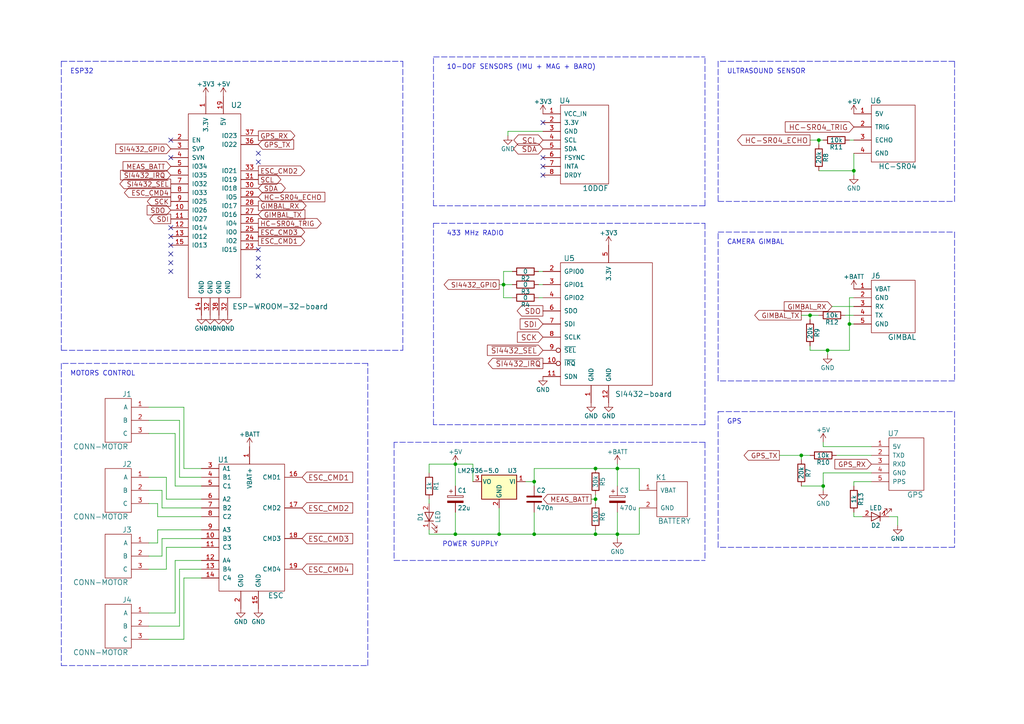
<source format=kicad_sch>
(kicad_sch (version 20211123) (generator eeschema)
  (paper "A4")
  (title_block (title "Quadcopter Mainboard") (date "10/03/2019") (rev "1") (company "arnaudhe"))
  (lib_symbols
    (symbol "power:+3.3V" (power) (pin_names (offset 0))
      (property "Value" "+3.3V" (at 0 3.556 0))
      (symbol "+3.3V_0_1"
        (polyline (pts (xy -0.762 1.27) (xy 0 2.54)))
        (polyline (pts (xy 0 0) (xy 0 2.54)))
        (polyline (pts (xy 0 2.54) (xy 0.762 1.27)))
      )
      (symbol "+3.3V_1_1"
        (pin power_in line (at 0 0 90) (length 0) hide (name "+3V3") (number "1"))
      )
    )
    (symbol "power:+5V" (power) (pin_names (offset 0))
      (property "Value" "+5V" (at 0 3.556 0))
      (symbol "+5V_0_1"
        (polyline (pts (xy -0.762 1.27) (xy 0 2.54)))
        (polyline (pts (xy 0 0) (xy 0 2.54)))
        (polyline (pts (xy 0 2.54) (xy 0.762 1.27)))
      )
      (symbol "+5V_1_1"
        (pin power_in line (at 0 0 90) (length 0) hide (name "+5V") (number "1"))
      )
    )
    (symbol "power:+BATT" (power) (pin_names (offset 0))
      (property "Value" "+BATT" (at 0 3.556 0))
      (symbol "+BATT_0_1"
        (polyline (pts (xy -0.762 1.27) (xy 0 2.54)))
        (polyline (pts (xy 0 0) (xy 0 2.54)))
        (polyline (pts (xy 0 2.54) (xy 0.762 1.27)))
      )
      (symbol "+BATT_1_1"
        (pin power_in line (at 0 0 90) (length 0) hide (name "+BATT") (number "1"))
      )
    )
    (symbol "power:GND" (power) (pin_names (offset 0))
      (property "Value" "GND" (at 0 -3.81 0))
      (symbol "GND_0_1"
        (polyline (pts (xy 0 0) (xy 0 -1.27) (xy 1.27 -1.27) (xy 0 -2.54) (xy -1.27 -1.27) (xy 0 -1.27)))
      )
      (symbol "GND_1_1"
        (pin power_in line (at 0 0 270) (length 0) hide (name "GND") (number "1"))
      )
    )
    (symbol "quadcopter-rescue:C" (pin_numbers hide) (pin_names (offset 0.254))
      (property "Reference" "C" (at 0.635 2.54 0))
      (property "Value" "C" (at 0.635 -2.54 0))
      (symbol "C_0_1"
        (polyline (pts (xy -2.032 -0.762) (xy 2.032 -0.762)) (stroke (width 0.508)))
        (polyline (pts (xy -2.032 0.762) (xy 2.032 0.762)) (stroke (width 0.508)))
      )
      (symbol "C_1_1"
        (pin passive line (at 0 3.81 270) (length 2.794) (name "~") (number "1"))
        (pin passive line (at 0 -3.81 90) (length 2.794) (name "~") (number "2"))
      )
    )
    (symbol "quadcopter-rescue:CP" (pin_numbers hide) (pin_names (offset 0.254))
      (property "Reference" "C" (at 0.635 2.54 0))
      (property "Value" "CP" (at 0.635 -2.54 0))
      (symbol "CP_0_1"
        (rectangle (start -2.286 0.508) (end -2.286 1.016))
        (rectangle (start -2.286 0.508) (end 2.286 0.508))
        (polyline (pts (xy -1.778 2.286) (xy -0.762 2.286)))
        (polyline (pts (xy -1.27 2.794) (xy -1.27 1.778)))
        (rectangle (start 2.286 -0.508) (end -2.286 -1.016) (fill (type outline)))
        (rectangle (start 2.286 1.016) (end -2.286 1.016))
        (rectangle (start 2.286 1.016) (end 2.286 0.508))
      )
      (symbol "CP_1_1"
        (pin passive line (at 0 3.81 270) (length 2.794) (name "~") (number "1"))
        (pin passive line (at 0 -3.81 90) (length 2.794) (name "~") (number "2"))
      )
    )
    (symbol "quadcopter-rescue:LED" (pin_names (offset 1.016) hide)
      (property "Reference" "D" (at 0 2.54 0))
      (property "Value" "LED" (at 0 -2.54 0))
      (symbol "LED_0_1"
        (polyline (pts (xy -1.27 -1.27) (xy -1.27 1.27)) (stroke (width 0.2032)))
        (polyline (pts (xy -1.27 0) (xy 1.27 0)))
        (polyline (pts (xy 1.27 -1.27) (xy 1.27 1.27) (xy -1.27 0) (xy 1.27 -1.27)) (stroke (width 0.2032)))
        (polyline (pts (xy -3.048 -0.762) (xy -4.572 -2.286) (xy -3.81 -2.286) (xy -4.572 -2.286) (xy -4.572 -1.524)))
        (polyline (pts (xy -1.778 -0.762) (xy -3.302 -2.286) (xy -2.54 -2.286) (xy -3.302 -2.286) (xy -3.302 -1.524)))
      )
      (symbol "LED_1_1"
        (pin passive line (at -3.81 0 0) (length 2.54) (name "K") (number "1"))
        (pin passive line (at 3.81 0 180) (length 2.54) (name "A") (number "2"))
      )
    )
    (symbol "quadcopter-rescue:LM2936-5.0" (pin_names (offset 0.254))
      (property "Reference" "U" (at -3.81 3.175 0))
      (property "Value" "LM2936-5.0" (at 0 3.175 0))
      (symbol "LM2936-5.0_0_1"
        (rectangle (start -5.08 1.905) (end 5.08 -5.08) (stroke (width 0.254)) (fill (type background)))
      )
      (symbol "LM2936-5.0_1_1"
        (pin power_in line (at -7.62 0 0) (length 2.54) (name "VI") (number "1"))
        (pin power_in line (at 0 -7.62 90) (length 2.54) (name "GND") (number "2"))
        (pin power_out line (at 7.62 0 180) (length 2.54) (name "VO") (number "3"))
      )
    )
    (symbol "quadcopter-rescue:R" (pin_numbers hide) (pin_names (offset 0))
      (property "Reference" "R" (at 2.032 0 90))
      (property "Value" "R" (at 0 0 90))
      (symbol "R_0_1"
        (rectangle (start -1.016 -2.54) (end 1.016 2.54) (stroke (width 0.254)))
      )
      (symbol "R_1_1"
        (pin passive line (at 0 3.81 270) (length 1.27) (name "~") (number "1"))
        (pin passive line (at 0 -3.81 90) (length 1.27) (name "~") (number "2"))
      )
    )
    (symbol "quadcopter:10DOF" (pin_names (offset 1.016))
      (property "Reference" "U" (at -3.81 12.7 0))
      (property "Value" "10DOF" (at 5.08 -12.7 0))
      (symbol "10DOF_0_1"
        (rectangle (start -5.08 11.43) (end 8.89 -11.43))
      )
      (symbol "10DOF_1_1"
        (pin power_in line (at -10.16 8.89 0) (length 5.08) (name "VCC_IN") (number "1"))
        (pin power_in line (at -10.16 6.35 0) (length 5.08) (name "3.3V") (number "2"))
        (pin power_in line (at -10.16 3.81 0) (length 5.08) (name "GND") (number "3"))
        (pin bidirectional line (at -10.16 1.27 0) (length 5.08) (name "SCL") (number "4"))
        (pin bidirectional line (at -10.16 -1.27 0) (length 5.08) (name "SDA") (number "5"))
        (pin bidirectional line (at -10.16 -3.81 0) (length 5.08) (name "FSYNC") (number "6"))
        (pin bidirectional line (at -10.16 -6.35 0) (length 5.08) (name "INTA") (number "7"))
        (pin bidirectional line (at -10.16 -8.89 0) (length 5.08) (name "DRDY") (number "8"))
      )
    )
    (symbol "quadcopter:BATTERY" (pin_names (offset 1.016))
      (property "Reference" "K" (at -2.54 6.35 0))
      (property "Value" "BATTERY" (at 1.27 -6.35 0))
      (symbol "BATTERY_0_1"
        (rectangle (start -3.81 5.08) (end 5.08 -5.08))
      )
      (symbol "BATTERY_1_1"
        (pin power_out line (at -8.89 2.54 0) (length 5.08) (name "VBAT") (number "1"))
        (pin power_out line (at -8.89 -2.54 0) (length 5.08) (name "GND") (number "2"))
      )
    )
    (symbol "quadcopter:CONN-MOTOR" (pin_names (offset 1.016))
      (property "Reference" "J" (at -1.27 7.62 0))
      (property "Value" "CONN-MOTOR" (at 6.35 -7.62 0))
      (symbol "CONN-MOTOR_0_1"
        (rectangle (start -2.54 6.35) (end 5.08 -6.35))
      )
      (symbol "CONN-MOTOR_1_1"
        (pin input line (at -7.62 3.81 0) (length 5.08) (name "A") (number "1"))
        (pin input line (at -7.62 0 0) (length 5.08) (name "B") (number "2"))
        (pin input line (at -7.62 -3.81 0) (length 5.08) (name "C") (number "3"))
      )
    )
    (symbol "quadcopter:ESC" (pin_names (offset 1.016))
      (property "Reference" "U" (at -8.89 17.78 0))
      (property "Value" "ESC" (at 6.35 -21.59 0))
      (symbol "ESC_0_1"
        (rectangle (start -10.16 16.51) (end 8.89 -20.32))
      )
      (symbol "ESC_1_1"
        (pin power_in line (at -1.27 21.59 270) (length 5.08) (name "VBAT+") (number "1"))
        (pin output line (at -15.24 -5.08 0) (length 5.08) (name "B3") (number "10"))
        (pin output line (at -15.24 -7.62 0) (length 5.08) (name "C3") (number "11"))
        (pin output line (at -15.24 -11.43 0) (length 5.08) (name "A4") (number "12"))
        (pin output line (at -15.24 -13.97 0) (length 5.08) (name "B4") (number "13"))
        (pin output line (at -15.24 -16.51 0) (length 5.08) (name "C4") (number "14"))
        (pin power_in line (at 1.27 -25.4 90) (length 5.08) (name "GND") (number "15"))
        (pin input line (at 13.97 12.7 180) (length 5.08) (name "CMD1") (number "16"))
        (pin input line (at 13.97 3.81 180) (length 5.08) (name "CMD2") (number "17"))
        (pin input line (at 13.97 -5.08 180) (length 5.08) (name "CMD3") (number "18"))
        (pin input line (at 13.97 -13.97 180) (length 5.08) (name "CMD4") (number "19"))
        (pin power_in line (at -3.81 -25.4 90) (length 5.08) (name "GND") (number "2"))
        (pin output line (at -15.24 15.24 0) (length 5.08) (name "A1") (number "3"))
        (pin output line (at -15.24 12.7 0) (length 5.08) (name "B1") (number "4"))
        (pin output line (at -15.24 10.16 0) (length 5.08) (name "C1") (number "5"))
        (pin output line (at -15.24 6.35 0) (length 5.08) (name "A2") (number "6"))
        (pin output line (at -15.24 3.81 0) (length 5.08) (name "B2") (number "7"))
        (pin output line (at -15.24 1.27 0) (length 5.08) (name "C2") (number "8"))
        (pin output line (at -15.24 -2.54 0) (length 5.08) (name "A3") (number "9"))
      )
    )
    (symbol "quadcopter:ESP-WROOM-32-board" (pin_names (offset 1.016))
      (property "Reference" "U" (at 6.35 17.78 0))
      (property "Value" "ESP-WROOM-32-board" (at 19.05 -40.64 0))
      (symbol "ESP-WROOM-32-board_0_1"
        (rectangle (start -7.62 15.24) (end 7.62 -38.1))
      )
      (symbol "ESP-WROOM-32-board_1_1"
        (pin power_out line (at -2.54 20.32 270) (length 5.08) (name "3.3V") (number "1"))
        (pin bidirectional line (at -12.7 -12.7 0) (length 5.08) (name "IO26") (number "10"))
        (pin bidirectional line (at -12.7 -15.24 0) (length 5.08) (name "IO27") (number "11"))
        (pin bidirectional line (at -12.7 -17.78 0) (length 5.08) (name "IO14") (number "12"))
        (pin bidirectional line (at -12.7 -20.32 0) (length 5.08) (name "IO12") (number "13"))
        (pin power_in line (at -3.81 -43.18 90) (length 5.08) (name "GND") (number "14"))
        (pin bidirectional line (at -12.7 -22.86 0) (length 5.08) (name "IO13") (number "15"))
        (pin bidirectional line (at -12.7 -25.4 0) (length 5.08) hide (name "SD2") (number "16"))
        (pin bidirectional line (at -12.7 -27.94 0) (length 5.08) hide (name "SD3") (number "17"))
        (pin bidirectional line (at -12.7 -30.48 0) (length 5.08) hide (name "CMD") (number "18"))
        (pin power_in line (at 2.54 20.32 270) (length 5.08) (name "5V") (number "19"))
        (pin input line (at -12.7 7.62 0) (length 5.08) (name "EN") (number "2"))
        (pin bidirectional line (at 12.7 -31.75 180) (length 5.08) hide (name "CLK") (number "20"))
        (pin bidirectional line (at 12.7 -29.21 180) (length 5.08) hide (name "SD0") (number "21"))
        (pin bidirectional line (at 12.7 -26.67 180) (length 5.08) hide (name "SD1") (number "22"))
        (pin bidirectional line (at 12.7 -24.13 180) (length 5.08) (name "IO15") (number "23"))
        (pin bidirectional line (at 12.7 -21.59 180) (length 5.08) (name "IO2") (number "24"))
        (pin bidirectional line (at 12.7 -19.05 180) (length 5.08) (name "IO0") (number "25"))
        (pin bidirectional line (at 12.7 -16.51 180) (length 5.08) (name "IO4") (number "26"))
        (pin bidirectional line (at 12.7 -13.97 180) (length 5.08) (name "IO16") (number "27"))
        (pin bidirectional line (at 12.7 -11.43 180) (length 5.08) (name "IO17") (number "28"))
        (pin bidirectional line (at 12.7 -8.89 180) (length 5.08) (name "IO5") (number "29"))
        (pin input line (at -12.7 5.08 0) (length 5.08) (name "SVP") (number "3"))
        (pin bidirectional line (at 12.7 -6.35 180) (length 5.08) (name "IO18") (number "30"))
        (pin bidirectional line (at 12.7 -3.81 180) (length 5.08) (name "IO19") (number "31"))
        (pin power_in line (at -1.27 -43.18 90) (length 5.08) (name "GND") (number "32"))
        (pin power_in line (at 3.81 -43.18 90) (length 5.08) (name "GND") (number "32"))
        (pin bidirectional line (at 12.7 -1.27 180) (length 5.08) (name "IO21") (number "33"))
        (pin bidirectional line (at 12.7 1.27 180) (length 5.08) hide (name "RXD0") (number "34"))
        (pin bidirectional line (at 12.7 3.81 180) (length 5.08) hide (name "TXD0") (number "35"))
        (pin bidirectional line (at 12.7 6.35 180) (length 5.08) (name "IO22") (number "36"))
        (pin bidirectional line (at 12.7 8.89 180) (length 5.08) (name "IO23") (number "37"))
        (pin power_in line (at 1.27 -43.18 90) (length 5.08) (name "GND") (number "38"))
        (pin input line (at -12.7 2.54 0) (length 5.08) (name "SVN") (number "4"))
        (pin input line (at -12.7 0 0) (length 5.08) (name "IO34") (number "5"))
        (pin input line (at -12.7 -2.54 0) (length 5.08) (name "IO35") (number "6"))
        (pin bidirectional line (at -12.7 -5.08 0) (length 5.08) (name "IO32") (number "7"))
        (pin bidirectional line (at -12.7 -7.62 0) (length 5.08) (name "IO33") (number "8"))
        (pin bidirectional line (at -12.7 -10.16 0) (length 5.08) (name "IO25") (number "9"))
      )
    )
    (symbol "quadcopter:GIMBAL" (pin_names (offset 1.016))
      (property "Reference" "J" (at -2.54 8.89 0))
      (property "Value" "GIMBAL" (at 5.08 -8.89 0))
      (symbol "GIMBAL_0_1"
        (rectangle (start -3.81 7.62) (end 8.89 -7.62))
      )
      (symbol "GIMBAL_1_1"
        (pin power_in line (at -8.89 5.08 0) (length 5.08) (name "VBAT") (number "1"))
        (pin power_in line (at -8.89 2.54 0) (length 5.08) (name "GND") (number "2"))
        (pin output line (at -8.89 0 0) (length 5.08) (name "RX") (number "3"))
        (pin input line (at -8.89 -2.54 0) (length 5.08) (name "TX") (number "4"))
        (pin power_in line (at -8.89 -5.08 0) (length 5.08) (name "GND") (number "5"))
      )
    )
    (symbol "quadcopter:GPS" (pin_names (offset 1.016))
      (property "Reference" "U" (at -3.81 8.89 0))
      (property "Value" "GPS" (at 2.54 -8.89 0))
      (symbol "GPS_0_1"
        (rectangle (start -5.08 7.62) (end 5.08 -7.62))
      )
      (symbol "GPS_1_1"
        (pin power_in line (at -10.16 5.08 0) (length 5.08) (name "5V") (number "1"))
        (pin output line (at -10.16 2.54 0) (length 5.08) (name "TXD") (number "2"))
        (pin input line (at -10.16 0 0) (length 5.08) (name "RXD") (number "3"))
        (pin power_in line (at -10.16 -2.54 0) (length 5.08) (name "GND") (number "4"))
        (pin input line (at -10.16 -5.08 0) (length 5.08) (name "PPS") (number "5"))
      )
    )
    (symbol "quadcopter:HC-SR04" (pin_names (offset 1.016))
      (property "Reference" "U" (at -3.81 8.89 0))
      (property "Value" "HC-SR04" (at 2.54 -10.16 0))
      (symbol "HC-SR04_0_1"
        (rectangle (start -5.08 7.62) (end 7.62 -8.89))
      )
      (symbol "HC-SR04_1_1"
        (pin power_in line (at -10.16 5.08 0) (length 5.08) (name "5V") (number "1"))
        (pin input line (at -10.16 1.27 0) (length 5.08) (name "TRIG") (number "2"))
        (pin output line (at -10.16 -2.54 0) (length 5.08) (name "ECHO") (number "3"))
        (pin power_in line (at -10.16 -6.35 0) (length 5.08) (name "GND") (number "4"))
      )
    )
    (symbol "quadcopter:SI4432-board" (pin_names (offset 1.016))
      (property "Reference" "U" (at -11.43 19.05 0))
      (property "Value" "SI4432-board" (at 10.16 -20.32 0))
      (symbol "SI4432-board_0_1"
        (rectangle (start -13.97 17.78) (end 12.7 -17.78))
      )
      (symbol "SI4432-board_1_1"
        (pin power_in line (at -5.08 -22.86 90) (length 5.08) (name "GND") (number "1"))
        (pin output inverted (at -19.05 -11.43 0) (length 5.08) (name "~{IRQ}") (number "10"))
        (pin input line (at -19.05 -15.24 0) (length 5.08) (name "SDN") (number "11"))
        (pin power_in line (at 0 -22.86 90) (length 5.08) (name "GND") (number "12"))
        (pin input line (at -19.05 15.24 0) (length 5.08) (name "GPIO0") (number "2"))
        (pin input line (at -19.05 11.43 0) (length 5.08) (name "GPIO1") (number "3"))
        (pin bidirectional line (at -19.05 7.62 0) (length 5.08) (name "GPIO2") (number "4"))
        (pin power_in line (at 0 22.86 270) (length 5.08) (name "3.3V") (number "5"))
        (pin output line (at -19.05 3.81 0) (length 5.08) (name "SDO") (number "6"))
        (pin input line (at -19.05 0 0) (length 5.08) (name "SDI") (number "7"))
        (pin input line (at -19.05 -3.81 0) (length 5.08) (name "SCLK") (number "8"))
        (pin input inverted (at -19.05 -7.62 0) (length 5.08) (name "~{SEL}") (number "9"))
      )
    )
  )
  (junction (at 154.94 154.94))
  (junction (at 238.76 140.97))
  (junction (at 240.03 101.6))
  (junction (at 234.95 91.44))
  (junction (at 172.72 135.89))
  (junction (at 132.08 154.94))
  (junction (at 247.65 49.53))
  (junction (at 132.08 134.62))
  (junction (at 237.49 40.64))
  (junction (at 246.38 93.98))
  (junction (at 172.72 144.78))
  (junction (at 179.07 135.89))
  (junction (at 232.41 132.08))
  (junction (at 179.07 154.94))
  (junction (at 154.94 139.7))
  (junction (at 146.05 82.55))
  (junction (at 144.78 154.94))
  (junction (at 172.72 154.94))
  (no_connect (at 157.48 48.26))
  (no_connect (at 74.93 44.45))
  (no_connect (at 74.93 74.93))
  (no_connect (at 74.93 46.99))
  (no_connect (at 49.53 76.2))
  (no_connect (at 157.48 45.72))
  (no_connect (at 157.48 50.8))
  (no_connect (at 49.53 40.64))
  (no_connect (at 157.48 35.56))
  (no_connect (at 49.53 73.66))
  (no_connect (at 49.53 71.12))
  (no_connect (at 74.93 80.01))
  (no_connect (at 74.93 72.39))
  (no_connect (at 49.53 78.74))
  (no_connect (at 49.53 45.72))
  (no_connect (at 74.93 77.47))
  (no_connect (at 49.53 66.04))
  (no_connect (at 49.53 68.58))
  (wire (pts (xy 237.49 40.64) (xy 238.76 40.64)))
  (polyline (pts (xy 204.47 128.27) (xy 204.47 162.56)))
  (wire (pts (xy 43.18 146.05) (xy 45.72 146.05)))
  (wire (pts (xy 234.95 92.71) (xy 234.95 91.44)))
  (wire (pts (xy 132.08 134.62) (xy 137.16 134.62)))
  (wire (pts (xy 137.16 134.62) (xy 137.16 139.7)))
  (wire (pts (xy 172.72 154.94) (xy 179.07 154.94)))
  (polyline (pts (xy 208.28 158.75) (xy 208.28 119.38)))
  (wire (pts (xy 171.45 144.78) (xy 172.72 144.78)))
  (wire (pts (xy 238.76 129.54) (xy 238.76 128.27)))
  (wire (pts (xy 260.35 149.86) (xy 260.35 152.4)))
  (wire (pts (xy 240.03 101.6) (xy 246.38 101.6)))
  (wire (pts (xy 144.78 154.94) (xy 154.94 154.94)))
  (wire (pts (xy 172.72 143.51) (xy 172.72 144.78)))
  (wire (pts (xy 45.72 157.48) (xy 45.72 153.67)))
  (wire (pts (xy 252.73 129.54) (xy 238.76 129.54)))
  (wire (pts (xy 43.18 177.8) (xy 50.8 177.8)))
  (wire (pts (xy 238.76 140.97) (xy 238.76 142.24)))
  (polyline (pts (xy 125.73 16.51) (xy 204.47 16.51)))
  (polyline (pts (xy 17.78 17.78) (xy 116.84 17.78)))
  (wire (pts (xy 50.8 140.97) (xy 50.8 125.73)))
  (wire (pts (xy 45.72 153.67) (xy 58.42 153.67)))
  (wire (pts (xy 237.49 49.53) (xy 247.65 49.53)))
  (wire (pts (xy 146.05 78.74) (xy 146.05 82.55)))
  (wire (pts (xy 43.18 157.48) (xy 45.72 157.48)))
  (polyline (pts (xy 208.28 110.49) (xy 208.28 67.31)))
  (wire (pts (xy 154.94 139.7) (xy 152.4 139.7)))
  (wire (pts (xy 240.03 102.87) (xy 240.03 101.6)))
  (wire (pts (xy 156.21 86.36) (xy 157.48 86.36)))
  (wire (pts (xy 247.65 149.86) (xy 247.65 148.59)))
  (polyline (pts (xy 125.73 64.77) (xy 204.47 64.77)))
  (polyline (pts (xy 208.28 17.78) (xy 208.28 58.42)))
  (wire (pts (xy 48.26 165.1) (xy 48.26 158.75)))
  (wire (pts (xy 124.46 134.62) (xy 132.08 134.62)))
  (wire (pts (xy 50.8 125.73) (xy 43.18 125.73)))
  (wire (pts (xy 146.05 82.55) (xy 148.59 82.55)))
  (wire (pts (xy 247.65 93.98) (xy 246.38 93.98)))
  (wire (pts (xy 246.38 40.64) (xy 247.65 40.64)))
  (wire (pts (xy 52.07 165.1) (xy 58.42 165.1)))
  (wire (pts (xy 43.18 138.43) (xy 48.26 138.43)))
  (wire (pts (xy 52.07 181.61) (xy 52.07 165.1)))
  (wire (pts (xy 50.8 177.8) (xy 50.8 162.56)))
  (wire (pts (xy 147.32 39.37) (xy 147.32 38.1)))
  (polyline (pts (xy 17.78 17.78) (xy 17.78 101.6)))
  (wire (pts (xy 245.11 91.44) (xy 247.65 91.44)))
  (wire (pts (xy 154.94 139.7) (xy 154.94 140.97)))
  (polyline (pts (xy 208.28 119.38) (xy 276.86 119.38)))
  (wire (pts (xy 147.32 38.1) (xy 157.48 38.1)))
  (polyline (pts (xy 125.73 59.69) (xy 125.73 16.51)))
  (wire (pts (xy 172.72 154.94) (xy 172.72 153.67)))
  (wire (pts (xy 179.07 154.94) (xy 179.07 156.21)))
  (wire (pts (xy 50.8 162.56) (xy 58.42 162.56)))
  (wire (pts (xy 179.07 135.89) (xy 179.07 140.97)))
  (polyline (pts (xy 204.47 123.19) (xy 125.73 123.19)))
  (wire (pts (xy 247.65 149.86) (xy 250.19 149.86)))
  (polyline (pts (xy 125.73 123.19) (xy 125.73 64.77)))
  (polyline (pts (xy 276.86 158.75) (xy 208.28 158.75)))
  (wire (pts (xy 45.72 149.86) (xy 58.42 149.86)))
  (wire (pts (xy 234.95 91.44) (xy 237.49 91.44)))
  (wire (pts (xy 226.06 132.08) (xy 232.41 132.08)))
  (wire (pts (xy 234.95 100.33) (xy 234.95 101.6)))
  (wire (pts (xy 257.81 149.86) (xy 260.35 149.86)))
  (polyline (pts (xy 116.84 17.78) (xy 116.84 101.6)))
  (polyline (pts (xy 114.3 162.56) (xy 204.47 162.56)))
  (wire (pts (xy 246.38 86.36) (xy 247.65 86.36)))
  (polyline (pts (xy 276.86 110.49) (xy 208.28 110.49)))
  (wire (pts (xy 185.42 154.94) (xy 185.42 147.32)))
  (wire (pts (xy 234.95 40.64) (xy 237.49 40.64)))
  (wire (pts (xy 232.41 132.08) (xy 234.95 132.08)))
  (polyline (pts (xy 276.86 119.38) (xy 276.86 158.75)))
  (wire (pts (xy 46.99 161.29) (xy 46.99 156.21)))
  (wire (pts (xy 179.07 154.94) (xy 185.42 154.94)))
  (wire (pts (xy 144.78 147.32) (xy 144.78 154.94)))
  (wire (pts (xy 43.18 142.24) (xy 46.99 142.24)))
  (wire (pts (xy 45.72 146.05) (xy 45.72 149.86)))
  (wire (pts (xy 172.72 135.89) (xy 179.07 135.89)))
  (polyline (pts (xy 276.86 58.42) (xy 276.86 17.78)))
  (wire (pts (xy 154.94 135.89) (xy 172.72 135.89)))
  (wire (pts (xy 156.21 78.74) (xy 157.48 78.74)))
  (polyline (pts (xy 276.86 67.31) (xy 276.86 110.49)))
  (wire (pts (xy 241.3 88.9) (xy 247.65 88.9)))
  (wire (pts (xy 146.05 82.55) (xy 146.05 86.36)))
  (wire (pts (xy 43.18 181.61) (xy 52.07 181.61)))
  (wire (pts (xy 52.07 121.92) (xy 52.07 138.43)))
  (wire (pts (xy 232.41 91.44) (xy 234.95 91.44)))
  (wire (pts (xy 124.46 146.05) (xy 124.46 144.78)))
  (wire (pts (xy 48.26 144.78) (xy 58.42 144.78)))
  (wire (pts (xy 247.65 49.53) (xy 247.65 50.8)))
  (wire (pts (xy 58.42 135.89) (xy 53.34 135.89)))
  (wire (pts (xy 43.18 185.42) (xy 53.34 185.42)))
  (wire (pts (xy 124.46 154.94) (xy 124.46 153.67)))
  (wire (pts (xy 43.18 161.29) (xy 46.99 161.29)))
  (wire (pts (xy 234.95 101.6) (xy 240.03 101.6)))
  (wire (pts (xy 132.08 148.59) (xy 132.08 154.94)))
  (wire (pts (xy 53.34 118.11) (xy 43.18 118.11)))
  (wire (pts (xy 246.38 93.98) (xy 246.38 86.36)))
  (wire (pts (xy 185.42 135.89) (xy 185.42 142.24)))
  (polyline (pts (xy 208.28 58.42) (xy 276.86 58.42)))
  (polyline (pts (xy 204.47 64.77) (xy 204.47 123.19)))
  (wire (pts (xy 46.99 156.21) (xy 58.42 156.21)))
  (wire (pts (xy 246.38 93.98) (xy 246.38 101.6)))
  (wire (pts (xy 132.08 140.97) (xy 132.08 134.62)))
  (polyline (pts (xy 204.47 59.69) (xy 125.73 59.69)))
  (wire (pts (xy 238.76 137.16) (xy 238.76 140.97)))
  (polyline (pts (xy 114.3 128.27) (xy 114.3 162.56)))
  (wire (pts (xy 144.78 82.55) (xy 146.05 82.55)))
  (wire (pts (xy 53.34 167.64) (xy 58.42 167.64)))
  (wire (pts (xy 242.57 132.08) (xy 252.73 132.08)))
  (wire (pts (xy 179.07 135.89) (xy 185.42 135.89)))
  (wire (pts (xy 148.59 78.74) (xy 146.05 78.74)))
  (wire (pts (xy 247.65 139.7) (xy 247.65 140.97)))
  (wire (pts (xy 43.18 121.92) (xy 52.07 121.92)))
  (wire (pts (xy 124.46 154.94) (xy 132.08 154.94)))
  (wire (pts (xy 172.72 144.78) (xy 172.72 146.05)))
  (wire (pts (xy 53.34 185.42) (xy 53.34 167.64)))
  (wire (pts (xy 232.41 133.35) (xy 232.41 132.08)))
  (wire (pts (xy 124.46 137.16) (xy 124.46 134.62)))
  (wire (pts (xy 237.49 41.91) (xy 237.49 40.64)))
  (wire (pts (xy 53.34 135.89) (xy 53.34 118.11)))
  (wire (pts (xy 48.26 158.75) (xy 58.42 158.75)))
  (polyline (pts (xy 17.78 193.04) (xy 106.68 193.04)))
  (polyline (pts (xy 208.28 67.31) (xy 276.86 67.31)))
  (polyline (pts (xy 17.78 101.6) (xy 116.84 101.6)))
  (wire (pts (xy 52.07 138.43) (xy 58.42 138.43)))
  (wire (pts (xy 252.73 137.16) (xy 238.76 137.16)))
  (wire (pts (xy 46.99 142.24) (xy 46.99 147.32)))
  (wire (pts (xy 179.07 134.62) (xy 179.07 135.89)))
  (wire (pts (xy 50.8 140.97) (xy 58.42 140.97)))
  (wire (pts (xy 154.94 154.94) (xy 154.94 148.59)))
  (wire (pts (xy 43.18 165.1) (xy 48.26 165.1)))
  (wire (pts (xy 232.41 140.97) (xy 238.76 140.97)))
  (wire (pts (xy 247.65 44.45) (xy 247.65 49.53)))
  (wire (pts (xy 252.73 139.7) (xy 247.65 139.7)))
  (polyline (pts (xy 17.78 105.41) (xy 17.78 193.04)))
  (wire (pts (xy 179.07 148.59) (xy 179.07 154.94)))
  (wire (pts (xy 154.94 135.89) (xy 154.94 139.7)))
  (wire (pts (xy 132.08 154.94) (xy 144.78 154.94)))
  (wire (pts (xy 46.99 147.32) (xy 58.42 147.32)))
  (polyline (pts (xy 106.68 105.41) (xy 17.78 105.41)))
  (polyline (pts (xy 276.86 17.78) (xy 208.28 17.78)))
  (wire (pts (xy 146.05 86.36) (xy 148.59 86.36)))
  (wire (pts (xy 48.26 138.43) (xy 48.26 144.78)))
  (wire (pts (xy 156.21 82.55) (xy 157.48 82.55)))
  (wire (pts (xy 154.94 154.94) (xy 172.72 154.94)))
  (polyline (pts (xy 106.68 193.04) (xy 106.68 105.41)))
  (polyline (pts (xy 204.47 59.69) (xy 204.47 16.51)))
  (polyline (pts (xy 204.47 128.27) (xy 114.3 128.27)))
  (text "GPS" (at 210.82 123.19 0) (effects (font (size 1.397 1.397)) (justify left bottom)))
  (text "MOTORS CONTROL" (at 20.32 109.22 0) (effects (font (size 1.397 1.397)) (justify left bottom)))
  (text "ULTRASOUND SENSOR" (at 210.82 21.59 0) (effects (font (size 1.397 1.397)) (justify left bottom)))
  (text "ESP32" (at 20.32 21.59 0) (effects (font (size 1.397 1.397)) (justify left bottom)))
  (text "433 MHz RADIO" (at 129.54 68.58 0) (effects (font (size 1.397 1.397)) (justify left bottom)))
  (text "CAMERA GIMBAL" (at 210.82 71.12 0) (effects (font (size 1.397 1.397)) (justify left bottom)))
  (text "10-DOF SENSORS (IMU + MAG + BARO)" (at 129.54 20.32 0) (effects (font (size 1.397 1.397)) (justify left bottom)))
  (text "POWER SUPPLY" (at 128.27 158.75 0) (effects (font (size 1.397 1.397)) (justify left bottom)))
  (global_label "HC-SR04_ECHO" (shape input) (at 74.93 57.15 0) (effects (font (size 1.397 1.397))) (property "Intersheet References" "${INTERSHEET_REFS}" (effects hide)))
  (global_label "SDI" (shape input) (at 157.48 93.98 180) (effects (font (size 1.524 1.524))) (property "Intersheet References" "${INTERSHEET_REFS}" (effects hide)))
  (global_label "SCL" (shape bidirectional) (at 157.48 40.64 180) (effects (font (size 1.524 1.524))) (property "Intersheet References" "${INTERSHEET_REFS}" (effects hide)))
  (global_label "MEAS_BATT" (shape output) (at 171.45 144.78 180) (effects (font (size 1.397 1.397))) (property "Intersheet References" "${INTERSHEET_REFS}" (effects hide)))
  (global_label "ESC_CMD3" (shape output) (at 74.93 67.31 0) (effects (font (size 1.397 1.397))) (property "Intersheet References" "${INTERSHEET_REFS}" (effects hide)))
  (global_label "GIMBAL_RX" (shape input) (at 241.3 88.9 180) (effects (font (size 1.397 1.397))) (property "Intersheet References" "${INTERSHEET_REFS}" (effects hide)))
  (global_label "~{SI4432_IRQ}" (shape input) (at 49.53 50.8 180) (effects (font (size 1.397 1.397))) (property "Intersheet References" "${INTERSHEET_REFS}" (effects hide)))
  (global_label "ESC_CMD2" (shape output) (at 74.93 49.53 0) (effects (font (size 1.397 1.397))) (property "Intersheet References" "${INTERSHEET_REFS}" (effects hide)))
  (global_label "GIMBAL_TX" (shape input) (at 74.93 62.23 0) (effects (font (size 1.397 1.397))) (property "Intersheet References" "${INTERSHEET_REFS}" (effects hide)))
  (global_label "GPS_TX" (shape input) (at 74.93 41.91 0) (effects (font (size 1.397 1.397))) (property "Intersheet References" "${INTERSHEET_REFS}" (effects hide)))
  (global_label "~{SI4432_IRQ}" (shape output) (at 157.48 105.41 180) (effects (font (size 1.524 1.524))) (property "Intersheet References" "${INTERSHEET_REFS}" (effects hide)))
  (global_label "HC-SR04_ECHO" (shape output) (at 234.95 40.64 180) (effects (font (size 1.524 1.524))) (property "Intersheet References" "${INTERSHEET_REFS}" (effects hide)))
  (global_label "ESC_CMD4" (shape input) (at 87.63 165.1 0) (effects (font (size 1.524 1.524))) (property "Intersheet References" "${INTERSHEET_REFS}" (effects hide)))
  (global_label "GPS_TX" (shape output) (at 226.06 132.08 180) (effects (font (size 1.397 1.397))) (property "Intersheet References" "${INTERSHEET_REFS}" (effects hide)))
  (global_label "ESC_CMD1" (shape input) (at 87.63 138.43 0) (effects (font (size 1.524 1.524))) (property "Intersheet References" "${INTERSHEET_REFS}" (effects hide)))
  (global_label "ESC_CMD4" (shape output) (at 49.53 55.88 180) (effects (font (size 1.397 1.397))) (property "Intersheet References" "${INTERSHEET_REFS}" (effects hide)))
  (global_label "GPS_RX" (shape output) (at 74.93 39.37 0) (effects (font (size 1.397 1.397))) (property "Intersheet References" "${INTERSHEET_REFS}" (effects hide)))
  (global_label "SCL" (shape output) (at 74.93 52.07 0) (effects (font (size 1.397 1.397))) (property "Intersheet References" "${INTERSHEET_REFS}" (effects hide)))
  (global_label "SI4432_GPIO" (shape input) (at 49.53 43.18 180) (effects (font (size 1.397 1.397))) (property "Intersheet References" "${INTERSHEET_REFS}" (effects hide)))
  (global_label "SDO" (shape output) (at 157.48 90.17 180) (effects (font (size 1.524 1.524))) (property "Intersheet References" "${INTERSHEET_REFS}" (effects hide)))
  (global_label "SDA" (shape bidirectional) (at 74.93 54.61 0) (effects (font (size 1.397 1.397))) (property "Intersheet References" "${INTERSHEET_REFS}" (effects hide)))
  (global_label "SDI" (shape output) (at 49.53 63.5 180) (effects (font (size 1.397 1.397))) (property "Intersheet References" "${INTERSHEET_REFS}" (effects hide)))
  (global_label "SCK" (shape output) (at 49.53 58.42 180) (effects (font (size 1.397 1.397))) (property "Intersheet References" "${INTERSHEET_REFS}" (effects hide)))
  (global_label "GIMBAL_TX" (shape output) (at 232.41 91.44 180) (effects (font (size 1.397 1.397))) (property "Intersheet References" "${INTERSHEET_REFS}" (effects hide)))
  (global_label "SCK" (shape input) (at 157.48 97.79 180) (effects (font (size 1.524 1.524))) (property "Intersheet References" "${INTERSHEET_REFS}" (effects hide)))
  (global_label "ESC_CMD2" (shape input) (at 87.63 147.32 0) (effects (font (size 1.524 1.524))) (property "Intersheet References" "${INTERSHEET_REFS}" (effects hide)))
  (global_label "GIMBAL_RX" (shape output) (at 74.93 59.69 0) (effects (font (size 1.397 1.397))) (property "Intersheet References" "${INTERSHEET_REFS}" (effects hide)))
  (global_label "~{SI4432_SEL}" (shape input) (at 157.48 101.6 180) (effects (font (size 1.524 1.524))) (property "Intersheet References" "${INTERSHEET_REFS}" (effects hide)))
  (global_label "SDO" (shape input) (at 49.53 60.96 180) (effects (font (size 1.397 1.397))) (property "Intersheet References" "${INTERSHEET_REFS}" (effects hide)))
  (global_label "SDA" (shape bidirectional) (at 157.48 43.18 180) (effects (font (size 1.524 1.524))) (property "Intersheet References" "${INTERSHEET_REFS}" (effects hide)))
  (global_label "HC-SR04_TRIG" (shape output) (at 74.93 64.77 0) (effects (font (size 1.397 1.397))) (property "Intersheet References" "${INTERSHEET_REFS}" (effects hide)))
  (global_label "~{SI4432_SEL}" (shape output) (at 49.53 53.34 180) (effects (font (size 1.397 1.397))) (property "Intersheet References" "${INTERSHEET_REFS}" (effects hide)))
  (global_label "SI4432_GPIO" (shape output) (at 144.78 82.55 180) (effects (font (size 1.397 1.397))) (property "Intersheet References" "${INTERSHEET_REFS}" (effects hide)))
  (global_label "ESC_CMD3" (shape input) (at 87.63 156.21 0) (effects (font (size 1.524 1.524))) (property "Intersheet References" "${INTERSHEET_REFS}" (effects hide)))
  (global_label "GPS_RX" (shape input) (at 252.73 134.62 180) (effects (font (size 1.397 1.397))) (property "Intersheet References" "${INTERSHEET_REFS}" (effects hide)))
  (global_label "HC-SR04_TRIG" (shape input) (at 247.65 36.83 180) (effects (font (size 1.524 1.524))) (property "Intersheet References" "${INTERSHEET_REFS}" (effects hide)))
  (global_label "MEAS_BATT" (shape input) (at 49.53 48.26 180) (effects (font (size 1.397 1.397))) (property "Intersheet References" "${INTERSHEET_REFS}" (effects hide)))
  (global_label "ESC_CMD1" (shape output) (at 74.93 69.85 0) (effects (font (size 1.397 1.397))) (property "Intersheet References" "${INTERSHEET_REFS}" (effects hide)))
  (symbol (lib_id "quadcopter:ESP-WROOM-32-board") (at 62.23 48.26 0) (unit 1)
    (property "Reference" "U2" (at 68.58 30.48 0) (effects (font (size 1.524 1.524))))
    (property "Value" "ESP-WROOM-32-board" (at 81.28 88.9 0) (effects (font (size 1.524 1.524))))
    (property "Footprint" "quadcopter:ESP32-VROOM-board" (effects hide))
  )
  (symbol (lib_id "quadcopter:BATTERY") (at 194.31 144.78 0) (unit 1)
    (property "Reference" "K1" (at 191.77 138.43 0) (effects (font (size 1.524 1.524))))
    (property "Value" "BATTERY" (at 195.58 151.13 0) (effects (font (size 1.524 1.524))))
    (property "Footprint" "quadcopter:battery-connector" (effects hide))
  )
  (symbol (lib_id "quadcopter:10DOF") (at 167.64 41.91 0) (unit 1)
    (property "Reference" "U4" (at 163.83 29.21 0) (effects (font (size 1.524 1.524))))
    (property "Value" "10DOF" (at 172.72 54.61 0) (effects (font (size 1.524 1.524))))
    (property "Footprint" "quadcopter:10DOF" (effects hide))
  )
  (symbol (lib_id "quadcopter:CONN-MOTOR") (at 35.56 121.92 0) (mirror y) (unit 1)
    (property "Reference" "J1" (at 36.83 114.3 0) (effects (font (size 1.524 1.524))))
    (property "Value" "CONN-MOTOR" (at 29.21 129.54 0) (effects (font (size 1.524 1.524))))
    (property "Footprint" "quadcopter:motor-connector" (effects hide))
  )
  (symbol (lib_id "quadcopter:CONN-MOTOR") (at 35.56 142.24 0) (mirror y) (unit 1)
    (property "Reference" "J2" (at 36.83 134.62 0) (effects (font (size 1.524 1.524))))
    (property "Value" "CONN-MOTOR" (at 29.21 149.86 0) (effects (font (size 1.524 1.524))))
    (property "Footprint" "quadcopter:motor-connector" (effects hide))
  )
  (symbol (lib_id "quadcopter:CONN-MOTOR") (at 35.56 161.29 0) (mirror y) (unit 1)
    (property "Reference" "J3" (at 36.83 153.67 0) (effects (font (size 1.524 1.524))))
    (property "Value" "CONN-MOTOR" (at 29.21 168.91 0) (effects (font (size 1.524 1.524))))
    (property "Footprint" "quadcopter:motor-connector" (effects hide))
  )
  (symbol (lib_id "quadcopter:CONN-MOTOR") (at 35.56 181.61 0) (mirror y) (unit 1)
    (property "Reference" "J4" (at 36.83 173.99 0) (effects (font (size 1.524 1.524))))
    (property "Value" "CONN-MOTOR" (at 29.21 189.23 0) (effects (font (size 1.524 1.524))))
    (property "Footprint" "quadcopter:motor-connector" (effects hide))
  )
  (symbol (lib_id "quadcopter:ESC") (at 73.66 151.13 0) (unit 1)
    (property "Reference" "U1" (at 64.77 133.35 0) (effects (font (size 1.524 1.524))))
    (property "Value" "ESC" (at 80.01 172.72 0) (effects (font (size 1.524 1.524))))
    (property "Footprint" "quadcopter:ESC" (effects hide))
  )
  (symbol (lib_id "quadcopter:GIMBAL") (at 256.54 88.9 0) (unit 1)
    (property "Reference" "J6" (at 254 80.01 0) (effects (font (size 1.524 1.524))))
    (property "Value" "GIMBAL" (at 261.62 97.79 0) (effects (font (size 1.524 1.524))))
    (property "Footprint" "quadcopter:GIMBAL" (effects hide))
  )
  (symbol (lib_id "quadcopter:HC-SR04") (at 257.81 38.1 0) (unit 1)
    (property "Reference" "U6" (at 254 29.21 0) (effects (font (size 1.524 1.524))))
    (property "Value" "HC-SR04" (at 260.35 48.26 0) (effects (font (size 1.524 1.524))))
    (property "Footprint" "quadcopter:HC-SR04" (effects hide))
  )
  (symbol (lib_id "quadcopter:SI4432-board") (at 176.53 93.98 0) (unit 1)
    (property "Reference" "U5" (at 165.1 74.93 0) (effects (font (size 1.524 1.524))))
    (property "Value" "SI4432-board" (at 186.69 114.3 0) (effects (font (size 1.524 1.524))))
    (property "Footprint" "quadcopter:SI4432-board" (effects hide))
  )
  (symbol (lib_id "power:+3.3V") (at 59.69 27.94 0) (unit 1)
    (property "Reference" "#PWR08" (effects hide))
    (property "Value" "+3.3V" (at 59.69 24.384 0))
  )
  (symbol (lib_id "power:+3.3V") (at 157.48 33.02 0) (unit 1)
    (property "Reference" "#PWR015" (effects hide))
    (property "Value" "+3.3V" (at 157.48 29.464 0))
  )
  (symbol (lib_id "power:GND") (at 147.32 39.37 0) (unit 1)
    (property "Reference" "#PWR014" (effects hide))
    (property "Value" "GND" (at 147.32 43.18 0))
  )
  (symbol (lib_id "power:GND") (at 58.42 91.44 0) (unit 1)
    (property "Reference" "#PWR07" (effects hide))
    (property "Value" "GND" (at 58.42 95.25 0))
  )
  (symbol (lib_id "power:GND") (at 60.96 91.44 0) (unit 1)
    (property "Reference" "#PWR09" (effects hide))
    (property "Value" "GND" (at 60.96 95.25 0))
  )
  (symbol (lib_id "power:GND") (at 63.5 91.44 0) (unit 1)
    (property "Reference" "#PWR010" (effects hide))
    (property "Value" "GND" (at 63.5 95.25 0))
  )
  (symbol (lib_id "power:GND") (at 66.04 91.44 0) (unit 1)
    (property "Reference" "#PWR012" (effects hide))
    (property "Value" "GND" (at 66.04 95.25 0))
  )
  (symbol (lib_id "power:GND") (at 247.65 50.8 0) (unit 1)
    (property "Reference" "#PWR025" (effects hide))
    (property "Value" "GND" (at 247.65 54.61 0))
  )
  (symbol (lib_id "power:+5V") (at 247.65 33.02 0) (unit 1)
    (property "Reference" "#PWR024" (effects hide))
    (property "Value" "+5V" (at 247.65 29.464 0))
  )
  (symbol (lib_id "power:GND") (at 171.45 116.84 0) (unit 1)
    (property "Reference" "#PWR017" (effects hide))
    (property "Value" "GND" (at 171.45 120.65 0))
  )
  (symbol (lib_id "power:GND") (at 176.53 116.84 0) (unit 1)
    (property "Reference" "#PWR019" (effects hide))
    (property "Value" "GND" (at 176.53 120.65 0))
  )
  (symbol (lib_id "power:+3.3V") (at 176.53 71.12 0) (unit 1)
    (property "Reference" "#PWR018" (effects hide))
    (property "Value" "+3.3V" (at 176.53 67.564 0))
  )
  (symbol (lib_id "power:GND") (at 69.85 176.53 0) (unit 1)
    (property "Reference" "#PWR04" (effects hide))
    (property "Value" "GND" (at 69.85 180.34 0))
  )
  (symbol (lib_id "power:GND") (at 74.93 176.53 0) (unit 1)
    (property "Reference" "#PWR06" (effects hide))
    (property "Value" "GND" (at 74.93 180.34 0))
  )
  (symbol (lib_id "quadcopter:GPS") (at 262.89 134.62 0) (unit 1)
    (property "Reference" "U7" (at 259.08 125.73 0) (effects (font (size 1.524 1.524))))
    (property "Value" "GPS" (at 265.43 143.51 0) (effects (font (size 1.524 1.524))))
    (property "Footprint" "quadcopter:GPS" (effects hide))
  )
  (symbol (lib_id "power:GND") (at 238.76 142.24 0) (unit 1)
    (property "Reference" "#PWR023" (effects hide))
    (property "Value" "GND" (at 238.76 146.05 0))
  )
  (symbol (lib_id "power:+5V") (at 238.76 128.27 0) (unit 1)
    (property "Reference" "#PWR022" (effects hide))
    (property "Value" "+5V" (at 238.76 124.714 0))
  )
  (symbol (lib_id "quadcopter-rescue:CP") (at 179.07 144.78 0) (unit 1)
    (property "Reference" "C3" (at 179.705 142.24 0) (effects (justify left)))
    (property "Value" "470u" (at 179.705 147.32 0) (effects (justify left)))
    (property "Footprint" "Capacitor_THT:CP_Radial_D10.0mm_P5.00mm" (effects hide))
  )
  (symbol (lib_id "power:GND") (at 179.07 156.21 0) (unit 1)
    (property "Reference" "#PWR021" (effects hide))
    (property "Value" "GND" (at 179.07 160.02 0))
  )
  (symbol (lib_id "power:+BATT") (at 179.07 134.62 0) (unit 1)
    (property "Reference" "#PWR020" (effects hide))
    (property "Value" "+BATT" (at 179.07 131.064 0))
  )
  (symbol (lib_id "power:+BATT") (at 72.39 129.54 0) (unit 1)
    (property "Reference" "#PWR05" (effects hide))
    (property "Value" "+BATT" (at 72.39 125.984 0))
  )
  (symbol (lib_id "power:+BATT") (at 247.65 83.82 0) (unit 1)
    (property "Reference" "#PWR026" (effects hide))
    (property "Value" "+BATT" (at 247.65 80.264 0))
  )
  (symbol (lib_id "power:GND") (at 240.03 102.87 0) (unit 1)
    (property "Reference" "#PWR027" (effects hide))
    (property "Value" "GND" (at 240.03 106.68 0))
  )
  (symbol (lib_id "quadcopter-rescue:R") (at 242.57 40.64 270) (unit 1)
    (property "Reference" "R11" (at 242.57 42.672 90))
    (property "Value" "10k" (at 242.57 40.64 90))
    (property "Footprint" "Resistor_SMD:R_1206_3216Metric_Pad1.42x1.75mm_HandSolder" (effects hide))
  )
  (symbol (lib_id "quadcopter-rescue:R") (at 237.49 45.72 0) (unit 1)
    (property "Reference" "R8" (at 239.522 45.72 90))
    (property "Value" "20k" (at 237.49 45.72 90))
    (property "Footprint" "Resistor_SMD:R_1206_3216Metric_Pad1.42x1.75mm_HandSolder" (effects hide))
  )
  (symbol (lib_id "quadcopter-rescue:R") (at 241.3 91.44 270) (unit 1)
    (property "Reference" "R12" (at 241.3 93.472 90))
    (property "Value" "10k" (at 241.3 91.44 90))
    (property "Footprint" "Resistor_SMD:R_1206_3216Metric_Pad1.42x1.75mm_HandSolder" (effects hide))
  )
  (symbol (lib_id "quadcopter-rescue:R") (at 234.95 96.52 0) (unit 1)
    (property "Reference" "R9" (at 236.982 96.52 90))
    (property "Value" "20k" (at 234.95 96.52 90))
    (property "Footprint" "Resistor_SMD:R_1206_3216Metric_Pad1.42x1.75mm_HandSolder" (effects hide))
  )
  (symbol (lib_id "power:+5V") (at 64.77 27.94 0) (unit 1)
    (property "Reference" "#PWR011" (effects hide))
    (property "Value" "+5V" (at 64.77 24.384 0))
  )
  (symbol (lib_id "quadcopter-rescue:LM2936-5.0") (at 144.78 139.7 0) (mirror y) (unit 1)
    (property "Reference" "U3" (at 148.59 136.525 0))
    (property "Value" "LM2936-5.0" (at 144.78 136.525 0) (effects (justify left)))
    (property "Footprint" "Package_TO_SOT_SMD:TO-263-2" (effects hide))
  )
  (symbol (lib_id "quadcopter-rescue:C") (at 154.94 144.78 0) (unit 1)
    (property "Reference" "C2" (at 155.575 142.24 0) (effects (justify left)))
    (property "Value" "470n" (at 155.575 147.32 0) (effects (justify left)))
    (property "Footprint" "Capacitor_SMD:C_1206_3216Metric_Pad1.42x1.75mm_HandSolder" (effects hide))
  )
  (symbol (lib_id "quadcopter-rescue:CP") (at 132.08 144.78 0) (unit 1)
    (property "Reference" "C1" (at 132.715 142.24 0) (effects (justify left)))
    (property "Value" "22u" (at 132.715 147.32 0) (effects (justify left)))
    (property "Footprint" "Capacitor_THT:CP_Radial_D5.0mm_P2.50mm" (effects hide))
  )
  (symbol (lib_id "power:+5V") (at 132.08 134.62 0) (unit 1)
    (property "Reference" "#PWR013" (effects hide))
    (property "Value" "+5V" (at 132.08 131.064 0))
  )
  (symbol (lib_id "quadcopter-rescue:R") (at 232.41 137.16 0) (unit 1)
    (property "Reference" "R7" (at 234.442 137.16 90))
    (property "Value" "20k" (at 232.41 137.16 90))
    (property "Footprint" "Resistor_SMD:R_1206_3216Metric_Pad1.42x1.75mm_HandSolder" (effects hide))
  )
  (symbol (lib_id "quadcopter-rescue:R") (at 238.76 132.08 270) (unit 1)
    (property "Reference" "R10" (at 238.76 134.112 90))
    (property "Value" "10k" (at 238.76 132.08 90))
    (property "Footprint" "Resistor_SMD:R_1206_3216Metric_Pad1.42x1.75mm_HandSolder" (effects hide))
  )
  (symbol (lib_id "quadcopter-rescue:R") (at 172.72 149.86 0) (unit 1)
    (property "Reference" "R6" (at 174.752 149.86 90))
    (property "Value" "10k" (at 172.72 149.86 90))
    (property "Footprint" "Resistor_SMD:R_1206_3216Metric_Pad1.42x1.75mm_HandSolder" (effects hide))
  )
  (symbol (lib_id "quadcopter-rescue:R") (at 172.72 139.7 0) (unit 1)
    (property "Reference" "R5" (at 174.752 139.7 90))
    (property "Value" "30k" (at 172.72 139.7 90))
    (property "Footprint" "Resistor_SMD:R_1206_3216Metric_Pad1.42x1.75mm_HandSolder" (effects hide))
  )
  (symbol (lib_id "power:GND") (at 157.48 109.22 0) (unit 1)
    (property "Reference" "#PWR016" (effects hide))
    (property "Value" "GND" (at 157.48 113.03 0))
  )
  (symbol (lib_id "quadcopter-rescue:R") (at 247.65 144.78 0) (unit 1)
    (property "Reference" "R13" (at 249.682 144.78 90))
    (property "Value" "1k" (at 247.65 144.78 90))
    (property "Footprint" "Resistor_SMD:R_1206_3216Metric_Pad1.42x1.75mm_HandSolder" (effects hide))
  )
  (symbol (lib_id "quadcopter-rescue:LED") (at 254 149.86 180) (unit 1)
    (property "Reference" "D2" (at 254 152.4 0))
    (property "Value" "LED" (at 254 147.32 0))
    (property "Footprint" "LED_SMD:LED_1206_3216Metric_Pad1.42x1.75mm_HandSolder" (effects hide))
  )
  (symbol (lib_id "power:GND") (at 260.35 152.4 0) (unit 1)
    (property "Reference" "#PWR028" (effects hide))
    (property "Value" "GND" (at 260.35 156.21 0))
  )
  (symbol (lib_id "quadcopter-rescue:R") (at 152.4 78.74 270) (unit 1)
    (property "Reference" "R2" (at 152.4 80.772 90))
    (property "Value" "0" (at 152.4 78.74 90))
    (property "Footprint" "Resistor_SMD:R_1206_3216Metric_Pad1.42x1.75mm_HandSolder" (effects hide))
  )
  (symbol (lib_id "quadcopter-rescue:R") (at 152.4 82.55 270) (unit 1)
    (property "Reference" "R3" (at 152.4 84.582 90))
    (property "Value" "0" (at 152.4 82.55 90))
    (property "Footprint" "Resistor_SMD:R_1206_3216Metric_Pad1.42x1.75mm_HandSolder" (effects hide))
  )
  (symbol (lib_id "quadcopter-rescue:R") (at 152.4 86.36 270) (unit 1)
    (property "Reference" "R4" (at 152.4 88.392 90))
    (property "Value" "0" (at 152.4 86.36 90))
    (property "Footprint" "Resistor_SMD:R_1206_3216Metric_Pad1.42x1.75mm_HandSolder" (effects hide))
  )
  (symbol (lib_id "quadcopter-rescue:R") (at 124.46 140.97 0) (unit 1)
    (property "Reference" "R1" (at 126.492 140.97 90))
    (property "Value" "1k" (at 124.46 140.97 90))
    (property "Footprint" "Resistor_SMD:R_1206_3216Metric_Pad1.42x1.75mm_HandSolder" (effects hide))
  )
  (symbol (lib_id "quadcopter-rescue:LED") (at 124.46 149.86 90) (unit 1)
    (property "Reference" "D1" (at 121.92 149.86 0))
    (property "Value" "LED" (at 127 149.86 0))
    (property "Footprint" "LED_SMD:LED_1206_3216Metric_Pad1.42x1.75mm_HandSolder" (effects hide))
  )
)
</source>
